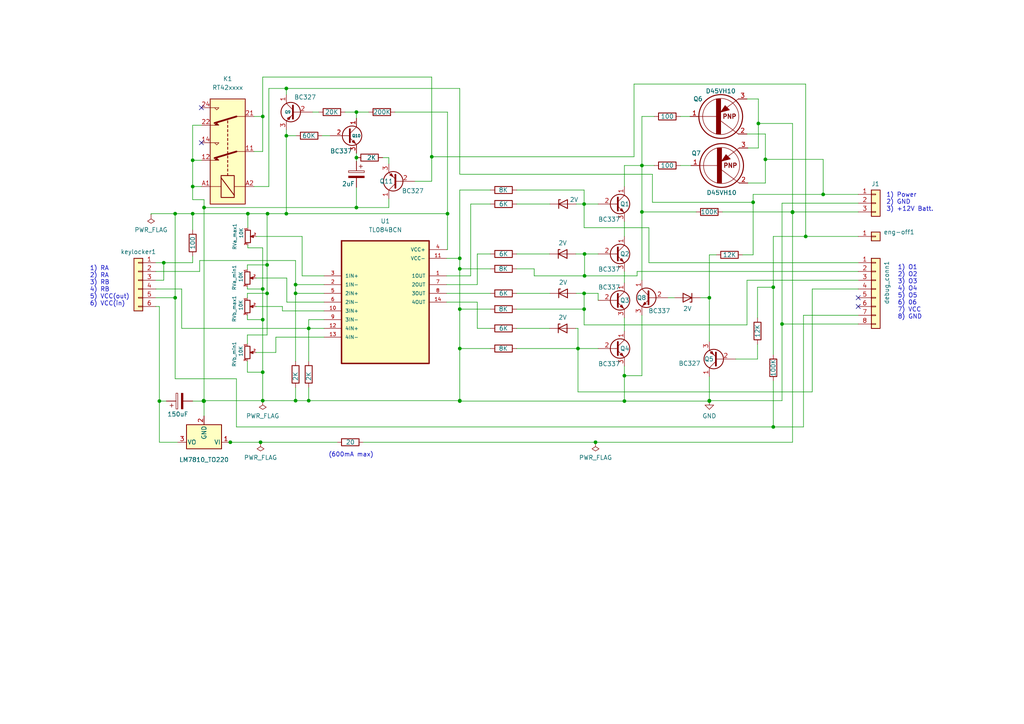
<source format=kicad_sch>
(kicad_sch (version 20211123) (generator eeschema)
  (paper "A4")
  (title_block (title "Chiave resistiva") (date "2023-05-15") (rev "3") (company "Panicosoft") (comment 1 "Two resistive items (PCB size reduction)") (comment 2 "No external relay version (2*5A=10A) D45VH10") (comment 3 "It locks the engine when vehicle is off"))
  (lib_symbols
    (symbol "Connector_Generic:Conn_01x01" (pin_names (offset 1.016) hide)
      (property "Reference" "J" (at 0 2.54 0))
      (property "Value" "Conn_01x01" (at 0 -2.54 0))
      (symbol "Conn_01x01_1_1"
        (rectangle (start -1.27 0.127) (end 0 -0.127) (stroke (width 0.1524)))
        (rectangle (start -1.27 1.27) (end 1.27 -1.27) (stroke (width 0.254)) (fill (type background)))
        (pin passive line (at -5.08 0 0) (length 3.81) (name "Pin_1") (number "1"))
      )
    )
    (symbol "Connector_Generic:Conn_01x03" (pin_names (offset 1.016) hide)
      (property "Reference" "J" (at 0 5.08 0))
      (property "Value" "Conn_01x03" (at 0 -5.08 0))
      (symbol "Conn_01x03_1_1"
        (rectangle (start -1.27 -2.413) (end 0 -2.667) (stroke (width 0.1524)))
        (rectangle (start -1.27 0.127) (end 0 -0.127) (stroke (width 0.1524)))
        (rectangle (start -1.27 2.667) (end 0 2.413) (stroke (width 0.1524)))
        (rectangle (start -1.27 3.81) (end 1.27 -3.81) (stroke (width 0.254)) (fill (type background)))
        (pin passive line (at -5.08 2.54 0) (length 3.81) (name "Pin_1") (number "1"))
        (pin passive line (at -5.08 0 0) (length 3.81) (name "Pin_2") (number "2"))
        (pin passive line (at -5.08 -2.54 0) (length 3.81) (name "Pin_3") (number "3"))
      )
    )
    (symbol "Connector_Generic:Conn_01x06" (pin_names (offset 1.016) hide)
      (property "Reference" "J" (at 0 7.62 0))
      (property "Value" "Conn_01x06" (at 0 -10.16 0))
      (symbol "Conn_01x06_1_1"
        (rectangle (start -1.27 -7.493) (end 0 -7.747) (stroke (width 0.1524)))
        (rectangle (start -1.27 -4.953) (end 0 -5.207) (stroke (width 0.1524)))
        (rectangle (start -1.27 -2.413) (end 0 -2.667) (stroke (width 0.1524)))
        (rectangle (start -1.27 0.127) (end 0 -0.127) (stroke (width 0.1524)))
        (rectangle (start -1.27 2.667) (end 0 2.413) (stroke (width 0.1524)))
        (rectangle (start -1.27 5.207) (end 0 4.953) (stroke (width 0.1524)))
        (rectangle (start -1.27 6.35) (end 1.27 -8.89) (stroke (width 0.254)) (fill (type background)))
        (pin passive line (at -5.08 5.08 0) (length 3.81) (name "Pin_1") (number "1"))
        (pin passive line (at -5.08 2.54 0) (length 3.81) (name "Pin_2") (number "2"))
        (pin passive line (at -5.08 0 0) (length 3.81) (name "Pin_3") (number "3"))
        (pin passive line (at -5.08 -2.54 0) (length 3.81) (name "Pin_4") (number "4"))
        (pin passive line (at -5.08 -5.08 0) (length 3.81) (name "Pin_5") (number "5"))
        (pin passive line (at -5.08 -7.62 0) (length 3.81) (name "Pin_6") (number "6"))
      )
    )
    (symbol "Connector_Generic:Conn_01x08" (pin_names (offset 1.016) hide)
      (property "Reference" "J" (at 0 10.16 0))
      (property "Value" "Conn_01x08" (at 0 -12.7 0))
      (symbol "Conn_01x08_1_1"
        (rectangle (start -1.27 -10.033) (end 0 -10.287) (stroke (width 0.1524)))
        (rectangle (start -1.27 -7.493) (end 0 -7.747) (stroke (width 0.1524)))
        (rectangle (start -1.27 -4.953) (end 0 -5.207) (stroke (width 0.1524)))
        (rectangle (start -1.27 -2.413) (end 0 -2.667) (stroke (width 0.1524)))
        (rectangle (start -1.27 0.127) (end 0 -0.127) (stroke (width 0.1524)))
        (rectangle (start -1.27 2.667) (end 0 2.413) (stroke (width 0.1524)))
        (rectangle (start -1.27 5.207) (end 0 4.953) (stroke (width 0.1524)))
        (rectangle (start -1.27 7.747) (end 0 7.493) (stroke (width 0.1524)))
        (rectangle (start -1.27 8.89) (end 1.27 -11.43) (stroke (width 0.254)) (fill (type background)))
        (pin passive line (at -5.08 7.62 0) (length 3.81) (name "Pin_1") (number "1"))
        (pin passive line (at -5.08 5.08 0) (length 3.81) (name "Pin_2") (number "2"))
        (pin passive line (at -5.08 2.54 0) (length 3.81) (name "Pin_3") (number "3"))
        (pin passive line (at -5.08 0 0) (length 3.81) (name "Pin_4") (number "4"))
        (pin passive line (at -5.08 -2.54 0) (length 3.81) (name "Pin_5") (number "5"))
        (pin passive line (at -5.08 -5.08 0) (length 3.81) (name "Pin_6") (number "6"))
        (pin passive line (at -5.08 -7.62 0) (length 3.81) (name "Pin_7") (number "7"))
        (pin passive line (at -5.08 -10.16 0) (length 3.81) (name "Pin_8") (number "8"))
      )
    )
    (symbol "D45VH10:D45VH10"
      (property "Reference" "Q" (at -6.985 0 0))
      (property "Value" "D45VH10" (at 0 0 0))
      (symbol "D45VH10_0_0"
        (rectangle (start -1.27 -2.54) (end 0 -12.7) (fill (type outline)))
        (text "PNP" (at 2.54 -7.62 0) (effects (font (size 1.27 1.27) bold)))
      )
      (symbol "D45VH10_0_1"
        (circle (center 0 -7.62) (radius 5.2363))
        (circle (center 0 -7.62) (radius 6.35) (stroke (width 0.3)))
        (polyline (pts (xy -6.35 -7.62) (xy -0.635 -7.62)))
        (polyline (pts (xy 0 -8.89) (xy 5.08 -12.7) (xy 5.08 -12.7)))
        (polyline (pts (xy 0 -6.35) (xy 5.08 -2.54) (xy 5.08 -2.54)))
        (polyline (pts (xy 0 -6.35) (xy 1.27 -4.445) (xy 2.54 -5.715) (xy 0 -6.35) (xy 2.54 -5.715)) (fill (type outline)))
      )
      (symbol "D45VH10_1_1"
        (pin input line (at -8.89 -7.62 0) (length 2.54) (name "") (number "1"))
        (pin power_out line (at 7.62 -12.7 180) (length 2.54) (name "") (number "2"))
        (pin input line (at 7.62 -2.54 180) (length 2.54) (name "") (number "3"))
      )
    )
    (symbol "Device:C_Polarized" (pin_numbers hide) (pin_names (offset 0.254))
      (property "Reference" "C" (at 0.635 2.54 0))
      (property "Value" "C_Polarized" (at 0.635 -2.54 0))
      (symbol "C_Polarized_0_1"
        (rectangle (start -2.286 0.508) (end 2.286 1.016))
        (polyline (pts (xy -1.778 2.286) (xy -0.762 2.286)))
        (polyline (pts (xy -1.27 2.794) (xy -1.27 1.778)))
        (rectangle (start 2.286 -0.508) (end -2.286 -1.016) (fill (type outline)))
      )
      (symbol "C_Polarized_1_1"
        (pin passive line (at 0 3.81 270) (length 2.794) (name "~") (number "1"))
        (pin passive line (at 0 -3.81 90) (length 2.794) (name "~") (number "2"))
      )
    )
    (symbol "Device:D_Zener" (pin_numbers hide) (pin_names (offset 1.016) hide)
      (property "Reference" "D" (at 0 2.54 0))
      (property "Value" "D_Zener" (at 0 -2.54 0))
      (symbol "D_Zener_0_1"
        (polyline (pts (xy 1.27 0) (xy -1.27 0)))
        (polyline (pts (xy -1.27 -1.27) (xy -1.27 1.27) (xy -0.762 1.27)) (stroke (width 0.254)))
        (polyline (pts (xy 1.27 -1.27) (xy 1.27 1.27) (xy -1.27 0) (xy 1.27 -1.27)) (stroke (width 0.254)))
      )
      (symbol "D_Zener_1_1"
        (pin passive line (at -3.81 0 0) (length 2.54) (name "K") (number "1"))
        (pin passive line (at 3.81 0 180) (length 2.54) (name "A") (number "2"))
      )
    )
    (symbol "Device:R" (pin_numbers hide) (pin_names (offset 0))
      (property "Reference" "R" (at 2.032 0 90))
      (property "Value" "R" (at 0 0 90))
      (symbol "R_0_1"
        (rectangle (start -1.016 -2.54) (end 1.016 2.54) (stroke (width 0.254)))
      )
      (symbol "R_1_1"
        (pin passive line (at 0 3.81 270) (length 1.27) (name "~") (number "1"))
        (pin passive line (at 0 -3.81 90) (length 1.27) (name "~") (number "2"))
      )
    )
    (symbol "Device:R_Potentiometer_Small" (pin_names (offset 1.016) hide)
      (property "Reference" "RV" (at -4.445 0 90))
      (property "Value" "R_Potentiometer_Small" (at -2.54 0 90))
      (symbol "R_Potentiometer_Small_0_1"
        (polyline (pts (xy 0.889 0) (xy 0.635 0) (xy 1.651 0.381) (xy 1.651 -0.381) (xy 0.635 0) (xy 0.889 0)) (fill (type outline)))
        (rectangle (start 0.762 1.8034) (end -0.762 -1.8034) (stroke (width 0.254)))
      )
      (symbol "R_Potentiometer_Small_1_1"
        (pin passive line (at 0 2.54 270) (length 0.635) (name "1") (number "1"))
        (pin passive line (at 2.54 0 180) (length 0.9906) (name "2") (number "2"))
        (pin passive line (at 0 -2.54 90) (length 0.635) (name "3") (number "3"))
      )
    )
    (symbol "Regulator_Linear:LM7810_TO220" (pin_names (offset 0.254))
      (property "Reference" "U" (at -3.81 3.175 0))
      (property "Value" "LM7810_TO220" (at 0 3.175 0))
      (symbol "LM7810_TO220_0_1"
        (rectangle (start -5.08 1.905) (end 5.08 -5.08) (stroke (width 0.254)) (fill (type background)))
      )
      (symbol "LM7810_TO220_1_1"
        (pin power_in line (at -7.62 0 0) (length 2.54) (name "VI") (number "1"))
        (pin power_in line (at 0 -7.62 90) (length 2.54) (name "GND") (number "2"))
        (pin power_out line (at 7.62 0 180) (length 2.54) (name "VO") (number "3"))
      )
    )
    (symbol "Relay:RT42xxxx"
      (property "Reference" "K" (at 16.51 3.81 0))
      (property "Value" "RT42xxxx" (at 16.51 1.27 0))
      (symbol "RT42xxxx_0_1"
        (rectangle (start -15.24 5.08) (end 15.24 -5.08) (stroke (width 0.254)) (fill (type background)))
        (rectangle (start -13.335 1.905) (end -6.985 -1.905) (stroke (width 0.254)))
        (polyline (pts (xy -12.7 -1.905) (xy -7.62 1.905)) (stroke (width 0.254)))
        (polyline (pts (xy -10.16 -5.08) (xy -10.16 -1.905)))
        (polyline (pts (xy -10.16 5.08) (xy -10.16 1.905)))
        (polyline (pts (xy -6.985 0) (xy -6.35 0)) (stroke (width 0.254)))
        (polyline (pts (xy -5.715 0) (xy -5.08 0)) (stroke (width 0.254)))
        (polyline (pts (xy -4.445 0) (xy -3.81 0)) (stroke (width 0.254)))
        (polyline (pts (xy -3.175 0) (xy -2.54 0)) (stroke (width 0.254)))
        (polyline (pts (xy -1.905 0) (xy -1.27 0)) (stroke (width 0.254)))
        (polyline (pts (xy -0.635 0) (xy 0 0)) (stroke (width 0.254)))
        (polyline (pts (xy 0 -2.54) (xy -1.905 3.81)) (stroke (width 0.508)))
        (polyline (pts (xy 0 -2.54) (xy 0 -5.08)))
        (polyline (pts (xy 0.635 0) (xy 1.27 0)) (stroke (width 0.254)))
        (polyline (pts (xy 1.905 0) (xy 2.54 0)) (stroke (width 0.254)))
        (polyline (pts (xy 3.175 0) (xy 3.81 0)) (stroke (width 0.254)))
        (polyline (pts (xy 4.445 0) (xy 5.08 0)) (stroke (width 0.254)))
        (polyline (pts (xy 5.715 0) (xy 6.35 0)) (stroke (width 0.254)))
        (polyline (pts (xy 6.985 0) (xy 7.62 0)) (stroke (width 0.254)))
        (polyline (pts (xy 8.255 0) (xy 8.89 0)) (stroke (width 0.254)))
        (polyline (pts (xy 10.16 -2.54) (xy 8.255 3.81)) (stroke (width 0.508)))
        (polyline (pts (xy 10.16 -2.54) (xy 10.16 -5.08)))
        (polyline (pts (xy -2.54 5.08) (xy -2.54 2.54) (xy -1.905 3.175) (xy -2.54 3.81)) (fill (type outline)))
        (polyline (pts (xy 2.54 5.08) (xy 2.54 2.54) (xy 1.905 3.175) (xy 2.54 3.81)))
        (polyline (pts (xy 7.62 5.08) (xy 7.62 2.54) (xy 8.255 3.175) (xy 7.62 3.81)) (fill (type outline)))
        (polyline (pts (xy 12.7 5.08) (xy 12.7 2.54) (xy 12.065 3.175) (xy 12.7 3.81)))
      )
      (symbol "RT42xxxx_1_1"
        (pin passive line (at 0 -7.62 90) (length 2.54) (name "~") (number "11"))
        (pin passive line (at -2.54 7.62 270) (length 2.54) (name "~") (number "12"))
        (pin passive line (at 2.54 7.62 270) (length 2.54) (name "~") (number "14"))
        (pin passive line (at 10.16 -7.62 90) (length 2.54) (name "~") (number "21"))
        (pin passive line (at 7.62 7.62 270) (length 2.54) (name "~") (number "22"))
        (pin passive line (at 12.7 7.62 270) (length 2.54) (name "~") (number "24"))
        (pin passive line (at -10.16 7.62 270) (length 2.54) (name "~") (number "A1"))
        (pin passive line (at -10.16 -7.62 90) (length 2.54) (name "~") (number "A2"))
      )
    )
    (symbol "TL084:TL084BCN" (pin_names (offset 1.016))
      (property "Reference" "U" (at -12.7 18.78 0))
      (property "Value" "TL084BCN" (at -12.7 -21.78 0))
      (symbol "TL084BCN_0_0"
        (rectangle (start -12.7 -17.78) (end 12.7 17.78) (stroke (width 0.41)) (fill (type background)))
        (pin output line (at 17.78 7.62 180) (length 5.08) (name "1OUT") (number "1"))
        (pin input line (at -17.78 -2.54 0) (length 5.08) (name "3IN+") (number "10"))
        (pin power_in line (at 17.78 12.7 180) (length 5.08) (name "VCC-") (number "11"))
        (pin input line (at -17.78 -7.62 0) (length 5.08) (name "4IN+") (number "12"))
        (pin input line (at -17.78 -10.16 0) (length 5.08) (name "4IN-") (number "13"))
        (pin output line (at 17.78 0 180) (length 5.08) (name "4OUT") (number "14"))
        (pin input line (at -17.78 5.08 0) (length 5.08) (name "1IN-") (number "2"))
        (pin input line (at -17.78 7.62 0) (length 5.08) (name "1IN+") (number "3"))
        (pin power_in line (at 17.78 15.24 180) (length 5.08) (name "VCC+") (number "4"))
        (pin input line (at -17.78 2.54 0) (length 5.08) (name "2IN+") (number "5"))
        (pin input line (at -17.78 0 0) (length 5.08) (name "2IN-") (number "6"))
        (pin output line (at 17.78 5.08 180) (length 5.08) (name "2OUT") (number "7"))
        (pin output line (at 17.78 2.54 180) (length 5.08) (name "3OUT") (number "8"))
        (pin input line (at -17.78 -5.08 0) (length 5.08) (name "3IN-") (number "9"))
      )
    )
    (symbol "Transistor_BJT:BC327" (pin_names (offset 0) hide)
      (property "Reference" "Q" (at 5.08 1.905 0))
      (property "Value" "BC327" (at 5.08 0 0))
      (symbol "BC327_0_1"
        (polyline (pts (xy 0.635 0.635) (xy 2.54 2.54)))
        (polyline (pts (xy 0.635 -0.635) (xy 2.54 -2.54) (xy 2.54 -2.54)))
        (polyline (pts (xy 0.635 1.905) (xy 0.635 -1.905) (xy 0.635 -1.905)) (stroke (width 0.508)))
        (polyline (pts (xy 2.286 -1.778) (xy 1.778 -2.286) (xy 1.27 -1.27) (xy 2.286 -1.778) (xy 2.286 -1.778)) (fill (type outline)))
        (circle (center 1.27 0) (radius 2.8194) (stroke (width 0.254)))
      )
      (symbol "BC327_1_1"
        (pin passive line (at 2.54 5.08 270) (length 2.54) (name "C") (number "1"))
        (pin input line (at -5.08 0 0) (length 5.715) (name "B") (number "2"))
        (pin passive line (at 2.54 -5.08 90) (length 2.54) (name "E") (number "3"))
      )
    )
    (symbol "Transistor_BJT:BC337" (pin_names (offset 0) hide)
      (property "Reference" "Q" (at 5.08 1.905 0))
      (property "Value" "BC337" (at 5.08 0 0))
      (symbol "BC337_0_1"
        (polyline (pts (xy 0 0) (xy 0.635 0)))
        (polyline (pts (xy 0.635 0.635) (xy 2.54 2.54)))
        (polyline (pts (xy 0.635 -0.635) (xy 2.54 -2.54) (xy 2.54 -2.54)))
        (polyline (pts (xy 0.635 1.905) (xy 0.635 -1.905) (xy 0.635 -1.905)) (stroke (width 0.508)))
        (polyline (pts (xy 1.27 -1.778) (xy 1.778 -1.27) (xy 2.286 -2.286) (xy 1.27 -1.778) (xy 1.27 -1.778)) (fill (type outline)))
        (circle (center 1.27 0) (radius 2.8194) (stroke (width 0.254)))
      )
      (symbol "BC337_1_1"
        (pin passive line (at 2.54 5.08 270) (length 2.54) (name "C") (number "1"))
        (pin input line (at -5.08 0 0) (length 5.08) (name "B") (number "2"))
        (pin passive line (at 2.54 -5.08 90) (length 2.54) (name "E") (number "3"))
      )
    )
    (symbol "power:GND" (power) (pin_names (offset 0))
      (property "Value" "GND" (at 0 -3.81 0))
      (symbol "GND_0_1"
        (polyline (pts (xy 0 0) (xy 0 -1.27) (xy 1.27 -1.27) (xy 0 -2.54) (xy -1.27 -1.27) (xy 0 -1.27)))
      )
      (symbol "GND_1_1"
        (pin power_in line (at 0 0 270) (length 0) hide (name "GND") (number "1"))
      )
    )
    (symbol "power:PWR_FLAG" (power) (pin_numbers hide) (pin_names (offset 0) hide)
      (property "Value" "PWR_FLAG" (at 0 3.81 0))
      (symbol "PWR_FLAG_0_0"
        (pin power_out line (at 0 0 90) (length 0) (name "pwr") (number "1"))
      )
      (symbol "PWR_FLAG_0_1"
        (polyline (pts (xy 0 0) (xy 0 1.27) (xy -1.016 1.905) (xy 0 2.54) (xy 1.016 1.905) (xy 0 1.27)))
      )
    )
  )
  (junction (at 89.535 116.205))
  (junction (at 229.87 61.595))
  (junction (at 172.72 128.27))
  (junction (at 76.2 116.205))
  (junction (at 133.35 89.662))
  (junction (at 181.102 116.332))
  (junction (at 226.822 93.98))
  (junction (at 169.418 85.09))
  (junction (at 169.545 80.01))
  (junction (at 50.8 61.976))
  (junction (at 55.88 61.976))
  (junction (at 133.35 116.205))
  (junction (at 76.2 107.95))
  (junction (at 85.725 116.205))
  (junction (at 76.2 33.782))
  (junction (at 50.8 86.36))
  (junction (at 219.964 35.814))
  (junction (at 59.055 116.332))
  (junction (at 47.498 76.2))
  (junction (at 233.68 68.58))
  (junction (at 76.2 83.82))
  (junction (at 71.882 61.976))
  (junction (at 133.35 116.332))
  (junction (at 103.378 45.72))
  (junction (at 83.058 61.976))
  (junction (at 221.996 46.228))
  (junction (at 89.535 95.25))
  (junction (at 218.44 58.674))
  (junction (at 59.182 116.332))
  (junction (at 169.418 89.662))
  (junction (at 205.74 86.36))
  (junction (at 77.47 85.09))
  (junction (at 238.76 56.388))
  (junction (at 181.102 108.966))
  (junction (at 46.228 116.332))
  (junction (at 59.182 60.198))
  (junction (at 77.597 61.976))
  (junction (at 169.418 59.182))
  (junction (at 76.2 92.71))
  (junction (at 103.378 60.198))
  (junction (at 224.282 123.825))
  (junction (at 55.88 46.482))
  (junction (at 85.725 82.55))
  (junction (at 83.058 39.37))
  (junction (at 133.35 77.978))
  (junction (at 186.182 61.468))
  (junction (at 186.182 48.006))
  (junction (at 66.802 128.27))
  (junction (at 205.74 116.332))
  (junction (at 133.35 101.092))
  (junction (at 75.565 128.27))
  (junction (at 129.794 61.976))
  (junction (at 229.87 61.468))
  (junction (at 85.725 85.09))
  (junction (at 133.35 74.93))
  (junction (at 205.74 116.205))
  (junction (at 77.47 76.835))
  (junction (at 224.282 83.312))
  (junction (at 55.88 54.102))
  (junction (at 83.058 25.654))
  (junction (at 59.055 116.205))
  (junction (at 167.64 101.092))
  (junction (at 103.378 32.512))
  (junction (at 125.222 45.466))
  (junction (at 169.545 73.66))
  (no_connect (at 58.42 41.402))
  (no_connect (at 248.92 86.36))
  (no_connect (at 248.92 88.9))
  (no_connect (at 58.42 31.242))
  (wire (pts (xy 248.92 93.98) (xy 226.822 93.98)))
  (wire (pts (xy 167.132 85.09) (xy 169.418 85.09)))
  (wire (pts (xy 229.87 61.468) (xy 248.92 61.468)))
  (wire (pts (xy 138.43 73.66) (xy 142.24 73.66)))
  (wire (pts (xy 205.74 116.205) (xy 226.822 116.205)))
  (wire (pts (xy 224.282 83.312) (xy 224.282 102.87)))
  (wire (pts (xy 120.396 52.578) (xy 125.222 52.578)))
  (wire (pts (xy 248.92 56.388) (xy 238.76 56.388)))
  (wire (pts (xy 76.2 71.882) (xy 71.882 71.882)))
  (wire (pts (xy 169.418 94.234) (xy 216.662 94.234)))
  (wire (pts (xy 45.212 83.82) (xy 52.705 83.82)))
  (wire (pts (xy 81.915 90.17) (xy 93.98 90.17)))
  (wire (pts (xy 71.755 85.09) (xy 77.47 85.09)))
  (wire (pts (xy 233.68 68.58) (xy 233.68 24.384)))
  (wire (pts (xy 59.182 116.332) (xy 59.182 60.198)))
  (wire (pts (xy 216.916 53.086) (xy 221.996 53.086)))
  (wire (pts (xy 89.535 116.205) (xy 133.35 116.205)))
  (wire (pts (xy 47.498 76.2) (xy 55.88 76.2)))
  (wire (pts (xy 59.182 116.332) (xy 59.055 116.332)))
  (wire (pts (xy 50.8 61.976) (xy 55.88 61.976)))
  (wire (pts (xy 181.102 106.172) (xy 181.102 108.966)))
  (wire (pts (xy 181.102 78.74) (xy 181.102 82.042)))
  (wire (pts (xy 85.725 82.55) (xy 85.725 85.09)))
  (wire (pts (xy 87.63 68.58) (xy 87.63 80.01)))
  (wire (pts (xy 85.725 82.55) (xy 93.98 82.55)))
  (wire (pts (xy 167.132 59.182) (xy 169.418 59.182)))
  (wire (pts (xy 66.675 128.27) (xy 66.802 128.27)))
  (wire (pts (xy 218.44 58.674) (xy 218.44 73.914)))
  (wire (pts (xy 186.182 108.966) (xy 181.102 108.966)))
  (wire (pts (xy 233.045 91.44) (xy 248.92 91.44)))
  (wire (pts (xy 235.585 83.82) (xy 235.585 113.665)))
  (wire (pts (xy 248.92 68.58) (xy 233.68 68.58)))
  (wire (pts (xy 219.964 35.814) (xy 229.87 35.814)))
  (wire (pts (xy 125.222 22.352) (xy 76.2 22.352)))
  (wire (pts (xy 71.755 83.82) (xy 71.755 83.185)))
  (wire (pts (xy 238.76 56.388) (xy 218.44 56.388)))
  (wire (pts (xy 80.01 97.79) (xy 93.98 97.79)))
  (wire (pts (xy 149.86 89.662) (xy 169.418 89.662)))
  (wire (pts (xy 133.35 74.93) (xy 133.35 77.978)))
  (wire (pts (xy 188.214 66.04) (xy 169.418 66.04)))
  (wire (pts (xy 55.88 57.912) (xy 55.88 54.102)))
  (wire (pts (xy 87.63 80.01) (xy 93.98 80.01)))
  (wire (pts (xy 71.755 92.71) (xy 76.2 92.71)))
  (wire (pts (xy 197.358 48.006) (xy 200.406 48.006)))
  (wire (pts (xy 83.185 87.63) (xy 93.98 87.63)))
  (wire (pts (xy 219.71 99.822) (xy 219.71 104.14)))
  (wire (pts (xy 186.182 33.782) (xy 189.738 33.782)))
  (wire (pts (xy 50.8 86.36) (xy 50.8 109.855)))
  (wire (pts (xy 89.535 92.71) (xy 89.535 95.25)))
  (wire (pts (xy 83.058 37.592) (xy 83.058 39.37)))
  (wire (pts (xy 89.535 95.25) (xy 89.535 104.775)))
  (wire (pts (xy 77.47 97.155) (xy 71.755 97.155)))
  (wire (pts (xy 74.295 88.9) (xy 81.915 88.9)))
  (wire (pts (xy 77.597 61.976) (xy 77.47 62.23)))
  (wire (pts (xy 149.86 101.092) (xy 167.64 101.092)))
  (wire (pts (xy 216.662 81.28) (xy 248.92 81.28)))
  (wire (pts (xy 235.585 83.82) (xy 248.92 83.82)))
  (wire (pts (xy 68.58 123.825) (xy 224.282 123.825)))
  (wire (pts (xy 73.66 54.102) (xy 77.978 54.102)))
  (wire (pts (xy 76.2 83.82) (xy 76.2 92.71)))
  (wire (pts (xy 169.545 80.01) (xy 154.94 80.01)))
  (wire (pts (xy 167.64 101.092) (xy 173.482 101.092)))
  (wire (pts (xy 169.545 80.01) (xy 169.545 73.66)))
  (wire (pts (xy 169.418 85.09) (xy 173.482 85.09)))
  (wire (pts (xy 186.182 61.468) (xy 201.93 61.468)))
  (wire (pts (xy 71.755 76.835) (xy 77.47 76.835)))
  (wire (pts (xy 186.182 48.006) (xy 189.738 48.006)))
  (wire (pts (xy 142.24 89.662) (xy 133.35 89.662)))
  (wire (pts (xy 85.725 85.09) (xy 85.725 104.775)))
  (wire (pts (xy 233.68 68.58) (xy 224.282 68.58)))
  (wire (pts (xy 129.794 61.976) (xy 129.794 72.39)))
  (wire (pts (xy 59.182 60.198) (xy 103.378 60.198)))
  (wire (pts (xy 238.76 46.228) (xy 238.76 56.388)))
  (wire (pts (xy 189.23 50.546) (xy 133.35 50.546)))
  (wire (pts (xy 50.8 109.855) (xy 68.58 109.855)))
  (wire (pts (xy 71.755 107.95) (xy 76.2 107.95)))
  (wire (pts (xy 43.815 61.976) (xy 43.815 62.23)))
  (wire (pts (xy 59.182 60.198) (xy 59.182 57.912)))
  (wire (pts (xy 186.182 48.006) (xy 186.182 61.468)))
  (wire (pts (xy 112.776 57.658) (xy 112.776 60.198)))
  (wire (pts (xy 205.74 73.914) (xy 207.772 73.914)))
  (wire (pts (xy 248.92 76.2) (xy 188.214 76.2)))
  (wire (pts (xy 76.2 22.352) (xy 76.2 33.782)))
  (wire (pts (xy 133.35 116.332) (xy 133.35 116.205)))
  (wire (pts (xy 149.86 73.66) (xy 159.385 73.66)))
  (wire (pts (xy 136.525 59.182) (xy 142.24 59.182)))
  (wire (pts (xy 76.2 116.205) (xy 85.725 116.205)))
  (wire (pts (xy 169.418 55.118) (xy 169.418 59.182)))
  (wire (pts (xy 105.41 128.27) (xy 172.72 128.27)))
  (wire (pts (xy 112.776 60.198) (xy 103.378 60.198)))
  (wire (pts (xy 57.912 75.565) (xy 57.912 78.74)))
  (wire (pts (xy 129.794 32.512) (xy 129.794 61.976)))
  (wire (pts (xy 133.35 89.662) (xy 133.35 101.092)))
  (wire (pts (xy 71.755 97.155) (xy 71.755 99.695)))
  (wire (pts (xy 76.2 33.782) (xy 76.2 43.942)))
  (wire (pts (xy 55.88 61.976) (xy 55.88 66.675)))
  (wire (pts (xy 103.378 32.512) (xy 106.934 32.512)))
  (wire (pts (xy 167.64 101.092) (xy 167.64 113.665)))
  (wire (pts (xy 205.74 116.332) (xy 205.74 116.205)))
  (wire (pts (xy 55.88 61.976) (xy 71.882 61.976)))
  (wire (pts (xy 136.525 80.01) (xy 136.525 59.182)))
  (wire (pts (xy 205.74 86.36) (xy 205.74 99.06)))
  (wire (pts (xy 186.182 61.468) (xy 186.182 81.28)))
  (wire (pts (xy 76.2 71.882) (xy 76.2 83.82)))
  (wire (pts (xy 50.8 61.976) (xy 50.8 86.36)))
  (wire (pts (xy 218.44 58.674) (xy 218.44 56.388)))
  (wire (pts (xy 193.802 86.36) (xy 195.58 86.36)))
  (wire (pts (xy 129.54 85.09) (xy 142.24 85.09)))
  (wire (pts (xy 129.54 80.01) (xy 136.525 80.01)))
  (wire (pts (xy 229.87 61.468) (xy 229.87 61.595)))
  (wire (pts (xy 235.585 113.665) (xy 167.64 113.665)))
  (wire (pts (xy 83.058 39.37) (xy 83.058 61.976)))
  (wire (pts (xy 83.058 61.976) (xy 129.794 61.976)))
  (wire (pts (xy 221.996 38.862) (xy 221.996 46.228)))
  (wire (pts (xy 125.222 45.466) (xy 125.222 22.352)))
  (wire (pts (xy 71.882 61.976) (xy 77.597 61.976)))
  (wire (pts (xy 183.896 24.384) (xy 233.68 24.384)))
  (wire (pts (xy 75.565 128.27) (xy 97.79 128.27)))
  (wire (pts (xy 154.94 77.978) (xy 154.94 80.01)))
  (wire (pts (xy 74.295 80.645) (xy 83.185 80.645)))
  (wire (pts (xy 133.35 55.118) (xy 133.35 74.93)))
  (wire (pts (xy 83.058 39.37) (xy 85.852 39.37)))
  (wire (pts (xy 57.912 75.565) (xy 85.725 75.565)))
  (wire (pts (xy 167.005 95.25) (xy 167.64 95.25)))
  (wire (pts (xy 81.915 88.9) (xy 81.915 90.17)))
  (wire (pts (xy 83.185 80.645) (xy 83.185 87.63)))
  (wire (pts (xy 103.378 32.512) (xy 103.378 34.29)))
  (wire (pts (xy 77.597 61.976) (xy 83.058 61.976)))
  (wire (pts (xy 55.88 54.102) (xy 58.42 54.102)))
  (wire (pts (xy 85.725 116.205) (xy 89.535 116.205)))
  (wire (pts (xy 103.378 54.356) (xy 103.378 60.198)))
  (wire (pts (xy 133.35 77.978) (xy 133.35 89.662)))
  (wire (pts (xy 45.212 76.2) (xy 47.498 76.2)))
  (wire (pts (xy 55.88 36.322) (xy 55.88 46.482)))
  (wire (pts (xy 45.212 86.36) (xy 50.8 86.36)))
  (wire (pts (xy 138.43 73.66) (xy 138.43 82.55)))
  (wire (pts (xy 80.01 102.235) (xy 80.01 97.79)))
  (wire (pts (xy 71.755 83.82) (xy 76.2 83.82)))
  (wire (pts (xy 89.535 116.205) (xy 89.535 112.395)))
  (wire (pts (xy 219.71 92.202) (xy 219.71 83.312)))
  (wire (pts (xy 58.42 36.322) (xy 55.88 36.322)))
  (wire (pts (xy 138.43 87.63) (xy 138.43 95.25)))
  (wire (pts (xy 125.222 52.578) (xy 125.222 45.466)))
  (wire (pts (xy 149.86 77.978) (xy 154.94 77.978)))
  (wire (pts (xy 218.44 58.674) (xy 189.23 58.674)))
  (wire (pts (xy 129.54 82.55) (xy 138.43 82.55)))
  (wire (pts (xy 59.182 57.912) (xy 55.88 57.912)))
  (wire (pts (xy 103.378 44.45) (xy 103.378 45.72)))
  (wire (pts (xy 74.295 102.235) (xy 80.01 102.235)))
  (wire (pts (xy 83.058 25.654) (xy 83.058 27.432)))
  (wire (pts (xy 209.55 61.468) (xy 229.87 61.468)))
  (wire (pts (xy 224.282 123.825) (xy 233.045 123.825)))
  (wire (pts (xy 169.545 73.66) (xy 173.482 73.66)))
  (wire (pts (xy 173.482 85.09) (xy 173.482 87.122)))
  (wire (pts (xy 216.662 28.702) (xy 219.964 28.702)))
  (wire (pts (xy 142.24 55.118) (xy 133.35 55.118)))
  (wire (pts (xy 45.212 81.28) (xy 47.498 81.28)))
  (wire (pts (xy 219.964 35.814) (xy 219.964 42.926)))
  (wire (pts (xy 46.228 116.332) (xy 48.26 116.332)))
  (wire (pts (xy 181.102 108.966) (xy 181.102 116.332)))
  (wire (pts (xy 186.182 91.44) (xy 186.182 108.966)))
  (wire (pts (xy 55.88 116.332) (xy 59.055 116.332)))
  (wire (pts (xy 71.755 104.775) (xy 71.755 107.95)))
  (wire (pts (xy 85.725 75.565) (xy 85.725 82.55)))
  (wire (pts (xy 229.87 128.27) (xy 229.87 61.595)))
  (wire (pts (xy 110.998 45.72) (xy 112.776 45.72)))
  (wire (pts (xy 216.662 94.234) (xy 216.662 81.28)))
  (wire (pts (xy 73.66 43.942) (xy 76.2 43.942)))
  (wire (pts (xy 76.2 107.95) (xy 76.2 116.205)))
  (wire (pts (xy 205.74 109.22) (xy 205.74 116.205)))
  (wire (pts (xy 129.54 74.93) (xy 133.35 74.93)))
  (wire (pts (xy 169.418 85.09) (xy 169.418 89.662)))
  (wire (pts (xy 172.72 128.27) (xy 229.87 128.27)))
  (wire (pts (xy 219.964 28.702) (xy 219.964 35.814)))
  (wire (pts (xy 55.88 46.482) (xy 55.88 54.102)))
  (wire (pts (xy 181.102 116.332) (xy 205.74 116.332)))
  (wire (pts (xy 100.076 32.512) (xy 103.378 32.512)))
  (wire (pts (xy 186.182 48.006) (xy 181.102 48.006)))
  (wire (pts (xy 46.228 128.27) (xy 46.228 116.332)))
  (wire (pts (xy 138.43 95.25) (xy 142.24 95.25)))
  (wire (pts (xy 184.785 78.74) (xy 248.92 78.74)))
  (wire (pts (xy 71.755 85.09) (xy 71.755 86.36)))
  (wire (pts (xy 52.705 95.25) (xy 52.705 83.82)))
  (wire (pts (xy 77.978 25.654) (xy 77.978 54.102)))
  (wire (pts (xy 77.47 76.835) (xy 77.47 85.09)))
  (wire (pts (xy 184.785 78.74) (xy 184.785 80.01)))
  (wire (pts (xy 46.228 116.332) (xy 46.228 88.9)))
  (wire (pts (xy 74.422 68.58) (xy 87.63 68.58)))
  (wire (pts (xy 112.776 45.72) (xy 112.776 47.498)))
  (wire (pts (xy 85.725 112.395) (xy 85.725 116.205)))
  (wire (pts (xy 66.802 128.27) (xy 75.565 128.27)))
  (wire (pts (xy 205.74 86.36) (xy 203.2 86.36)))
  (wire (pts (xy 133.35 101.092) (xy 142.24 101.092)))
  (wire (pts (xy 77.978 25.654) (xy 83.058 25.654)))
  (wire (pts (xy 71.882 71.882) (xy 71.882 71.12)))
  (wire (pts (xy 59.182 116.332) (xy 59.182 120.65)))
  (wire (pts (xy 51.562 128.27) (xy 46.228 128.27)))
  (wire (pts (xy 85.725 85.09) (xy 93.98 85.09)))
  (wire (pts (xy 76.2 92.71) (xy 76.2 107.95)))
  (wire (pts (xy 149.86 85.09) (xy 159.512 85.09)))
  (wire (pts (xy 221.996 46.228) (xy 221.996 53.086)))
  (wire (pts (xy 46.228 88.9) (xy 45.212 88.9)))
  (wire (pts (xy 55.88 74.295) (xy 55.88 76.2)))
  (wire (pts (xy 181.102 64.262) (xy 181.102 68.58)))
  (wire (pts (xy 73.66 33.782) (xy 76.2 33.782)))
  (wire (pts (xy 226.822 93.98) (xy 226.822 116.205)))
  (wire (pts (xy 77.47 62.23) (xy 77.47 76.835)))
  (wire (pts (xy 45.212 78.74) (xy 57.912 78.74)))
  (wire (pts (xy 133.35 116.332) (xy 181.102 116.332)))
  (wire (pts (xy 71.755 92.71) (xy 71.755 91.44)))
  (wire (pts (xy 226.822 58.928) (xy 248.92 58.928)))
  (wire (pts (xy 216.662 38.862) (xy 221.996 38.862)))
  (wire (pts (xy 52.705 95.25) (xy 89.535 95.25)))
  (wire (pts (xy 133.35 50.546) (xy 133.35 25.654)))
  (wire (pts (xy 181.102 48.006) (xy 181.102 54.102)))
  (wire (pts (xy 43.815 61.976) (xy 50.8 61.976)))
  (wire (pts (xy 167.005 73.66) (xy 169.545 73.66)))
  (wire (pts (xy 219.71 104.14) (xy 213.36 104.14)))
  (wire (pts (xy 71.882 61.976) (xy 71.882 66.04)))
  (wire (pts (xy 181.102 92.202) (xy 181.102 96.012)))
  (wire (pts (xy 59.055 116.332) (xy 59.055 116.205)))
  (wire (pts (xy 89.535 92.71) (xy 93.98 92.71)))
  (wire (pts (xy 133.35 77.978) (xy 142.24 77.978)))
  (wire (pts (xy 103.378 45.72) (xy 103.378 46.736)))
  (wire (pts (xy 226.822 93.98) (xy 226.822 58.928)))
  (wire (pts (xy 169.418 59.182) (xy 173.482 59.182)))
  (wire (pts (xy 186.182 33.782) (xy 186.182 48.006)))
  (wire (pts (xy 90.678 32.512) (xy 92.456 32.512)))
  (wire (pts (xy 184.785 80.01) (xy 169.545 80.01)))
  (wire (pts (xy 149.86 59.182) (xy 159.512 59.182)))
  (wire (pts (xy 197.358 33.782) (xy 200.152 33.782)))
  (wire (pts (xy 71.755 76.835) (xy 71.755 78.105)))
  (wire (pts (xy 189.23 58.674) (xy 189.23 50.546)))
  (wire (pts (xy 215.392 73.914) (xy 218.44 73.914)))
  (wire (pts (xy 68.58 109.855) (xy 68.58 123.825)))
  (wire (pts (xy 125.222 45.466) (xy 183.896 45.466)))
  (wire (pts (xy 114.554 32.512) (xy 129.794 32.512)))
  (wire (pts (xy 83.058 25.654) (xy 133.35 25.654)))
  (wire (pts (xy 224.282 110.49) (xy 224.282 123.825)))
  (wire (pts (xy 129.54 87.63) (xy 138.43 87.63)))
  (wire (pts (xy 55.88 46.482) (xy 58.42 46.482)))
  (wire (pts (xy 205.74 73.914) (xy 205.74 86.36)))
  (wire (pts (xy 149.86 95.25) (xy 159.385 95.25)))
  (wire (pts (xy 169.418 66.04) (xy 169.418 59.182)))
  (wire (pts (xy 167.64 95.25) (xy 167.64 101.092)))
  (wire (pts (xy 219.71 83.312) (xy 224.282 83.312)))
  (wire (pts (xy 149.86 55.118) (xy 169.418 55.118)))
  (wire (pts (xy 129.794 72.39) (xy 129.54 72.39)))
  (wire (pts (xy 221.996 46.228) (xy 238.76 46.228)))
  (wire (pts (xy 183.896 45.466) (xy 183.896 24.384)))
  (wire (pts (xy 224.282 68.58) (xy 224.282 83.312)))
  (wire (pts (xy 77.47 85.09) (xy 77.47 97.155)))
  (wire (pts (xy 47.498 81.28) (xy 47.498 76.2)))
  (wire (pts (xy 229.87 35.814) (xy 229.87 61.468)))
  (wire (pts (xy 216.916 42.926) (xy 219.964 42.926)))
  (wire (pts (xy 95.758 39.37) (xy 93.472 39.37)))
  (wire (pts (xy 169.418 89.662) (xy 169.418 94.234)))
  (wire (pts (xy 188.214 76.2) (xy 188.214 66.04)))
  (wire (pts (xy 59.055 116.205) (xy 76.2 116.205)))
  (wire (pts (xy 133.35 101.092) (xy 133.35 116.205)))
  (wire (pts (xy 233.045 123.825) (xy 233.045 91.44)))
  (wire (pts (xy 89.535 95.25) (xy 93.98 95.25)))
  (text "(600mA max)" (at 95.25 132.715 0) (effects (font (size 1.27 1.27)) (justify left bottom)))
  (text "1) RA\n2) RA\n3) RB\n4) RB\n5) VCC(out)\n6) VCC(in)" (at 26.035 88.9 0) (effects (font (size 1.27 1.27)) (justify left bottom)))
  (text "1) Power\n2) GND\n3) +12V Batt.\n" (at 257.048 61.468 0) (effects (font (size 1.27 1.27)) (justify left bottom)))
  (text "1) O1\n2) O2\n3) O3\n4) O4\n5) O5\n6) 06\n7) VCC\n8) GND" (at 260.35 92.71 0) (effects (font (size 1.27 1.27)) (justify left bottom)))
  (symbol (lib_id "Device:D_Zener") (at 199.39 86.36 180) (unit 1)
    (property "Reference" "ZD1" (effects hide))
    (property "Value" "2V" (at 199.39 89.535 0))
    (property "Footprint" "Diode_THT:D_DO-34_SOD68_P7.62mm_Horizontal" (effects hide))
  )
  (symbol (lib_id "Device:R") (at 146.05 95.25 90) (unit 1)
    (property "Reference" "R5" (effects hide))
    (property "Value" "6K" (at 146.05 95.25 90))
    (property "Footprint" "Resistor_THT:R_Axial_DIN0204_L3.6mm_D1.6mm_P7.62mm_Horizontal" (effects hide))
  )
  (symbol (lib_id "Device:R") (at 219.71 96.012 180) (unit 1)
    (property "Reference" "R13" (effects hide))
    (property "Value" "12K" (at 219.71 96.012 90))
    (property "Footprint" "Resistor_THT:R_Axial_DIN0204_L3.6mm_D1.6mm_P7.62mm_Horizontal" (effects hide))
  )
  (symbol (lib_id "Transistor_BJT:BC337") (at 178.562 73.66 0) (unit 1)
    (property "Reference" "Q2" (at 179.832 73.66 0) (effects (justify left)))
    (property "Value" "BC337" (at 173.482 78.105 0) (effects (justify left)))
    (property "Footprint" "Package_TO_SOT_THT:TO-92L_Inline_Wide" (effects hide))
    (property "Datasheet" "https://diotec.com/tl_files/diotec/files/pdf/datasheets/bc337.pdf" (effects hide))
  )
  (symbol (lib_id "Device:C_Polarized") (at 103.378 50.546 0) (mirror y) (unit 1)
    (property "Reference" "C2" (effects hide))
    (property "Value" "2uF" (at 102.87 53.34 0) (effects (justify left)))
    (property "Footprint" "Capacitor_THT:CP_Radial_D7.5mm_P2.50mm" (effects hide))
  )
  (symbol (lib_id "Device:R") (at 205.74 61.468 270) (unit 1)
    (property "Reference" "R11" (effects hide))
    (property "Value" "100K" (at 203.2 61.468 90) (effects (justify left)))
    (property "Footprint" "Resistor_THT:R_Axial_DIN0204_L3.6mm_D1.6mm_P7.62mm_Horizontal" (effects hide))
  )
  (symbol (lib_id "D45VH10:D45VH10") (at 209.042 26.162 0) (unit 1)
    (property "Reference" "Q6" (at 202.438 28.702 0))
    (property "Value" "D45VH10" (at 209.042 26.416 0))
    (property "Footprint" "Package_TO_SOT_THT:TO-220-3_Vertical" (effects hide))
    (property "Datasheet" "https://html.alldatasheet.com/html-pdf/426337/ONSEMI/D45VH10/216/1/D45VH10.html" (effects hide))
  )
  (symbol (lib_id "Device:R") (at 107.188 45.72 90) (unit 1)
    (property "Reference" "R21" (effects hide))
    (property "Value" "2K" (at 109.093 45.72 90) (effects (justify left)))
    (property "Footprint" "Resistor_THT:R_Axial_DIN0204_L3.6mm_D1.6mm_P7.62mm_Horizontal" (effects hide))
  )
  (symbol (lib_id "Device:R_Potentiometer_Small") (at 71.755 80.645 0) (unit 1)
    (property "Reference" "RVa_min1" (at 67.9451 76.835 90) (effects (font (size 1 1)) (justify right)))
    (property "Value" "10K" (at 69.85 78.74 90) (effects (font (size 1 1)) (justify right)))
    (property "Footprint" "Potentiometer_THT:Potentiometer_Bourns_3296W_Vertical" (effects hide))
  )
  (symbol (lib_id "Transistor_BJT:BC337") (at 100.838 39.37 0) (unit 1)
    (property "Reference" "Q10" (at 102.108 39.37 0) (effects (font (size 0.8 0.8)) (justify left)))
    (property "Value" "BC337" (at 95.758 43.815 0) (effects (justify left)))
    (property "Footprint" "Package_TO_SOT_THT:TO-92L_Inline_Wide" (effects hide))
    (property "Datasheet" "https://diotec.com/tl_files/diotec/files/pdf/datasheets/bc337.pdf" (effects hide))
  )
  (symbol (lib_id "Device:R_Potentiometer_Small") (at 71.882 68.58 0) (unit 1)
    (property "Reference" "RVa_max1" (at 68.072 64.77 90) (effects (font (size 1 1)) (justify right)))
    (property "Value" "10K" (at 69.977 66.04 90) (effects (font (size 1 1)) (justify right)))
    (property "Footprint" "Potentiometer_THT:Potentiometer_Bourns_3296W_Vertical" (effects hide))
  )
  (symbol (lib_id "Device:D_Zener") (at 163.322 85.09 0) (unit 1)
    (property "Reference" "ZD3" (effects hide))
    (property "Value" "2V" (at 163.322 81.915 0))
    (property "Footprint" "Diode_THT:D_DO-34_SOD68_P7.62mm_Horizontal" (effects hide))
  )
  (symbol (lib_id "Transistor_BJT:BC327") (at 115.316 52.578 180) (unit 1)
    (property "Reference" "Q11" (at 114.046 52.578 0) (effects (justify left)))
    (property "Value" "BC327" (at 122.936 55.372 0) (effects (justify left)))
    (property "Footprint" "Package_TO_SOT_THT:TO-92L_Inline_Wide" (effects hide))
    (property "Datasheet" "http://www.onsemi.com/pub_link/Collateral/BC327-D.PDF" (effects hide))
  )
  (symbol (lib_id "Device:R_Potentiometer_Small") (at 71.755 88.9 0) (unit 1)
    (property "Reference" "RVb_max1" (at 67.9451 85.725 90) (effects (font (size 1 1)) (justify right)))
    (property "Value" "10K" (at 69.85 86.995 90) (effects (font (size 1 1)) (justify right)))
    (property "Footprint" "Potentiometer_THT:Potentiometer_Bourns_3296W_Vertical" (effects hide))
  )
  (symbol (lib_id "Device:R") (at 146.05 85.09 90) (unit 1)
    (property "Reference" "R4" (effects hide))
    (property "Value" "6K" (at 146.05 85.09 90))
    (property "Footprint" "Resistor_THT:R_Axial_DIN0204_L3.6mm_D1.6mm_P7.62mm_Horizontal" (effects hide))
  )
  (symbol (lib_id "Device:R") (at 110.744 32.512 270) (unit 1)
    (property "Reference" "R22" (effects hide))
    (property "Value" "200K" (at 108.204 32.512 90) (effects (justify left)))
    (property "Footprint" "Resistor_THT:R_Axial_DIN0204_L3.6mm_D1.6mm_P7.62mm_Horizontal" (effects hide))
  )
  (symbol (lib_id "Transistor_BJT:BC337") (at 188.722 86.36 0) (mirror y) (unit 1)
    (property "Reference" "Q8" (at 187.452 86.36 0) (effects (justify left)))
    (property "Value" "BC337" (at 194.437 90.17 0) (effects (justify left)))
    (property "Footprint" "Package_TO_SOT_THT:TO-92L_Inline_Wide" (effects hide))
    (property "Datasheet" "https://diotec.com/tl_files/diotec/files/pdf/datasheets/bc337.pdf" (effects hide))
  )
  (symbol (lib_id "power:PWR_FLAG") (at 43.815 62.23 180) (unit 1)
    (property "Reference" "#FLG0102" (effects hide))
    (property "Value" "PWR_FLAG" (at 43.815 66.675 0))
  )
  (symbol (lib_id "Device:D_Zener") (at 163.195 73.66 0) (unit 1)
    (property "Reference" "ZD2" (effects hide))
    (property "Value" "2V" (at 163.195 70.485 0))
    (property "Footprint" "Diode_THT:D_DO-34_SOD68_P7.62mm_Horizontal" (effects hide))
  )
  (symbol (lib_id "power:GND") (at 205.74 116.205 0) (unit 1)
    (property "Reference" "#PWR0101" (effects hide))
    (property "Value" "GND" (at 205.74 120.65 0))
  )
  (symbol (lib_id "Device:R") (at 146.05 55.118 90) (unit 1)
    (property "Reference" "R15" (effects hide))
    (property "Value" "8K" (at 147.32 55.118 90) (effects (justify left)))
    (property "Footprint" "Resistor_THT:R_Axial_DIN0204_L3.6mm_D1.6mm_P7.62mm_Horizontal" (effects hide))
  )
  (symbol (lib_id "Device:R") (at 146.05 89.662 90) (unit 1)
    (property "Reference" "R16" (effects hide))
    (property "Value" "8K" (at 147.32 89.662 90) (effects (justify left)))
    (property "Footprint" "Resistor_THT:R_Axial_DIN0204_L3.6mm_D1.6mm_P7.62mm_Horizontal" (effects hide))
  )
  (symbol (lib_id "Device:R") (at 146.05 77.978 90) (unit 1)
    (property "Reference" "R17" (effects hide))
    (property "Value" "8K" (at 147.32 77.978 90) (effects (justify left)))
    (property "Footprint" "Resistor_THT:R_Axial_DIN0204_L3.6mm_D1.6mm_P7.62mm_Horizontal" (effects hide))
  )
  (symbol (lib_id "Connector_Generic:Conn_01x06") (at 40.132 81.28 0) (mirror y) (unit 1)
    (property "Reference" "keylocker1" (at 40.132 73.025 0))
    (property "Value" "Conn_01x06" (effects hide))
    (property "Footprint" "Connector_PinHeader_2.54mm:PinHeader_1x06_P2.54mm_Vertical" (effects hide))
  )
  (symbol (lib_id "Device:D_Zener") (at 163.322 59.182 0) (unit 1)
    (property "Reference" "ZD5" (effects hide))
    (property "Value" "2V" (at 166.497 57.912 0))
    (property "Footprint" "Diode_THT:D_DO-34_SOD68_P7.62mm_Horizontal" (effects hide))
  )
  (symbol (lib_id "Device:R") (at 85.725 108.585 0) (unit 1)
    (property "Reference" "R7" (effects hide))
    (property "Value" "2K" (at 85.725 110.49 90) (effects (justify left)))
    (property "Footprint" "Resistor_THT:R_Axial_DIN0204_L3.6mm_D1.6mm_P7.62mm_Horizontal" (effects hide))
  )
  (symbol (lib_id "Device:R") (at 55.88 70.485 0) (unit 1)
    (property "Reference" "R1" (effects hide))
    (property "Value" "100" (at 55.88 72.39 90) (effects (justify left)))
    (property "Footprint" "Resistor_THT:R_Axial_DIN0207_L6.3mm_D2.5mm_P10.16mm_Horizontal" (effects hide))
  )
  (symbol (lib_id "D45VH10:D45VH10") (at 209.296 40.386 0) (unit 1)
    (property "Reference" "Q7" (at 201.93 44.45 0))
    (property "Value" "D45VH10" (at 209.296 55.88 0))
    (property "Footprint" "Package_TO_SOT_THT:TO-220-3_Vertical" (effects hide))
    (property "Datasheet" "https://html.alldatasheet.com/html-pdf/426337/ONSEMI/D45VH10/216/1/D45VH10.html" (effects hide))
  )
  (symbol (lib_id "Device:C_Polarized") (at 52.07 116.332 90) (unit 1)
    (property "Reference" "C1" (effects hide))
    (property "Value" "150uF" (at 54.61 120.142 90) (effects (justify left)))
    (property "Footprint" "Capacitor_THT:CP_Radial_D7.5mm_P2.50mm" (effects hide))
  )
  (symbol (lib_id "Device:R") (at 193.548 48.006 90) (unit 1)
    (property "Reference" "R10" (effects hide))
    (property "Value" "100" (at 195.453 48.006 90) (effects (justify left)))
    (property "Footprint" "Resistor_THT:R_Axial_DIN0516_L15.5mm_D5.0mm_P20.32mm_Horizontal" (effects hide))
  )
  (symbol (lib_id "TL084:TL084BCN") (at 111.76 87.63 0) (unit 1)
    (property "Reference" "U1" (at 111.76 64.135 0))
    (property "Value" "TL084BCN" (at 111.76 66.675 0))
    (property "Footprint" "Package_DIP:DIP-14_W7.62mm_LongPads" (effects hide))
  )
  (symbol (lib_id "Connector_Generic:Conn_01x08") (at 254 83.82 0) (unit 1)
    (property "Reference" "debug_conn1" (at 257.175 88.265 90) (effects (justify left)))
    (property "Value" "Conn_01x08" (effects hide))
    (property "Footprint" "Connector_PinHeader_2.54mm:PinHeader_1x08_P2.54mm_Vertical" (effects hide))
  )
  (symbol (lib_id "Device:R") (at 146.05 59.182 90) (unit 1)
    (property "Reference" "R2" (effects hide))
    (property "Value" "6K" (at 146.05 59.182 90))
    (property "Footprint" "Resistor_THT:R_Axial_DIN0204_L3.6mm_D1.6mm_P7.62mm_Horizontal" (effects hide))
  )
  (symbol (lib_id "Device:D_Zener") (at 163.195 95.25 0) (unit 1)
    (property "Reference" "ZD4" (effects hide))
    (property "Value" "2V" (at 163.195 92.075 0))
    (property "Footprint" "Diode_THT:D_DO-34_SOD68_P7.62mm_Horizontal" (effects hide))
  )
  (symbol (lib_id "Transistor_BJT:BC337") (at 178.562 59.182 0) (unit 1)
    (property "Reference" "Q1" (at 179.832 59.182 0) (effects (justify left)))
    (property "Value" "BC337" (at 173.482 63.627 0) (effects (justify left)))
    (property "Footprint" "Package_TO_SOT_THT:TO-92L_Inline_Wide" (effects hide))
    (property "Datasheet" "https://diotec.com/tl_files/diotec/files/pdf/datasheets/bc337.pdf" (effects hide))
  )
  (symbol (lib_id "power:PWR_FLAG") (at 75.565 128.27 180) (unit 1)
    (property "Reference" "#FLG0104" (effects hide))
    (property "Value" "PWR_FLAG" (at 75.565 132.715 0))
  )
  (symbol (lib_id "Device:R") (at 211.582 73.914 270) (unit 1)
    (property "Reference" "R9" (effects hide))
    (property "Value" "12K" (at 211.582 73.914 90))
    (property "Footprint" "Resistor_THT:R_Axial_DIN0204_L3.6mm_D1.6mm_P7.62mm_Horizontal" (effects hide))
  )
  (symbol (lib_id "Transistor_BJT:BC327") (at 208.28 104.14 180) (unit 1)
    (property "Reference" "Q5" (at 207.01 104.14 0) (effects (justify left)))
    (property "Value" "BC327" (at 203.2 105.4099 0) (effects (justify left)))
    (property "Footprint" "Package_TO_SOT_THT:TO-92L_Inline_Wide" (effects hide))
    (property "Datasheet" "http://www.onsemi.com/pub_link/Collateral/BC327-D.PDF" (effects hide))
  )
  (symbol (lib_id "Device:R") (at 146.05 101.092 90) (unit 1)
    (property "Reference" "R12" (effects hide))
    (property "Value" "8K" (at 147.32 101.092 90) (effects (justify left)))
    (property "Footprint" "Resistor_THT:R_Axial_DIN0204_L3.6mm_D1.6mm_P7.62mm_Horizontal" (effects hide))
  )
  (symbol (lib_id "Device:R") (at 146.05 73.66 90) (unit 1)
    (property "Reference" "R3" (effects hide))
    (property "Value" "6K" (at 146.05 73.66 90))
    (property "Footprint" "Resistor_THT:R_Axial_DIN0204_L3.6mm_D1.6mm_P7.62mm_Horizontal" (effects hide))
  )
  (symbol (lib_id "Relay:RT42xxxx") (at 66.04 43.942 90) (unit 1)
    (property "Reference" "K1" (at 66.04 22.86 90))
    (property "Value" "RT42xxxx" (at 66.04 25.4 90))
    (property "Footprint" "Relay_THT:Relay_DPDT_Schrack-RT2-FormC_RM5mm" (effects hide))
    (property "Datasheet" "http://www.te.com/commerce/DocumentDelivery/DDEController?Action=showdoc&DocId=Data+Sheet%7FRT2%7F1014%7Fpdf%7FEnglish%7FENG_DS_RT2_1014.pdf%7F6-1393243-3" (effects hide))
  )
  (symbol (lib_id "Device:R") (at 96.266 32.512 270) (unit 1)
    (property "Reference" "R20" (effects hide))
    (property "Value" "20K" (at 94.234 32.512 90) (effects (justify left)))
    (property "Footprint" "Resistor_THT:R_Axial_DIN0204_L3.6mm_D1.6mm_P7.62mm_Horizontal" (effects hide))
  )
  (symbol (lib_id "Transistor_BJT:BC337") (at 178.562 87.122 0) (unit 1)
    (property "Reference" "Q3" (at 179.832 87.122 0) (effects (justify left)))
    (property "Value" "BC337" (at 173.482 83.312 0) (effects (justify left)))
    (property "Footprint" "Package_TO_SOT_THT:TO-92L_Inline_Wide" (effects hide))
    (property "Datasheet" "https://diotec.com/tl_files/diotec/files/pdf/datasheets/bc337.pdf" (effects hide))
  )
  (symbol (lib_id "Device:R") (at 89.662 39.37 270) (mirror x) (unit 1)
    (property "Reference" "R19" (effects hide))
    (property "Value" "60K" (at 87.63 39.37 90) (effects (justify left)))
    (property "Footprint" "Resistor_THT:R_Axial_DIN0204_L3.6mm_D1.6mm_P7.62mm_Horizontal" (effects hide))
  )
  (symbol (lib_id "Transistor_BJT:BC337") (at 178.562 101.092 0) (unit 1)
    (property "Reference" "Q4" (at 179.832 101.092 0) (effects (justify left)))
    (property "Value" "BC337" (at 173.482 105.537 0) (effects (justify left)))
    (property "Footprint" "Package_TO_SOT_THT:TO-92L_Inline_Wide" (effects hide))
    (property "Datasheet" "https://diotec.com/tl_files/diotec/files/pdf/datasheets/bc337.pdf" (effects hide))
  )
  (symbol (lib_id "power:PWR_FLAG") (at 76.2 116.205 180) (unit 1)
    (property "Reference" "#FLG0103" (effects hide))
    (property "Value" "PWR_FLAG" (at 76.2 120.65 0))
  )
  (symbol (lib_id "power:PWR_FLAG") (at 172.72 128.27 180) (unit 1)
    (property "Reference" "#FLG0101" (effects hide))
    (property "Value" "PWR_FLAG" (at 172.72 132.715 0))
  )
  (symbol (lib_id "Connector_Generic:Conn_01x03") (at 254 58.928 0) (unit 1)
    (property "Reference" "J1" (at 252.73 53.34 0) (effects (justify left)))
    (property "Value" "Conn_01x03" (effects hide))
    (property "Footprint" "Connector_Wire:SolderWire-1sqmm_1x03_P5.4mm_D1.4mm_OD2.7mm" (effects hide))
  )
  (symbol (lib_id "Device:R") (at 101.6 128.27 90) (unit 1)
    (property "Reference" "R6" (effects hide))
    (property "Value" "20" (at 101.6 128.27 90))
    (property "Footprint" "Resistor_THT:R_Axial_Power_L20.0mm_W6.4mm_P22.40mm" (effects hide))
  )
  (symbol (lib_id "Device:R") (at 89.535 108.585 0) (unit 1)
    (property "Reference" "R8" (effects hide))
    (property "Value" "2K" (at 89.535 110.49 90) (effects (justify left)))
    (property "Footprint" "Resistor_THT:R_Axial_DIN0204_L3.6mm_D1.6mm_P7.62mm_Horizontal" (effects hide))
  )
  (symbol (lib_id "Device:R") (at 193.548 33.782 90) (unit 1)
    (property "Reference" "R18" (effects hide))
    (property "Value" "100" (at 195.453 33.782 90) (effects (justify left)))
    (property "Footprint" "Resistor_THT:R_Axial_DIN0516_L15.5mm_D5.0mm_P20.32mm_Horizontal" (effects hide))
  )
  (symbol (lib_id "Regulator_Linear:LM7810_TO220") (at 59.182 128.27 180) (unit 1)
    (property "Reference" "U2" (effects hide))
    (property "Value" "LM7810_TO220" (at 59.182 133.35 0))
    (property "Footprint" "Package_TO_SOT_THT:TO-220-3_Vertical" (effects hide))
    (property "Datasheet" "https://www.onsemi.cn/PowerSolutions/document/MC7800-D.PDF" (effects hide))
  )
  (symbol (lib_id "Transistor_BJT:BC327") (at 85.598 32.512 0) (mirror y) (unit 1)
    (property "Reference" "Q9" (at 84.328 32.512 0) (effects (font (size 0.8 0.8)) (justify left)))
    (property "Value" "BC327" (at 91.694 28.194 0) (effects (justify left)))
    (property "Footprint" "Package_TO_SOT_THT:TO-92L_Inline_Wide" (effects hide))
    (property "Datasheet" "http://www.onsemi.com/pub_link/Collateral/BC327-D.PDF" (effects hide))
  )
  (symbol (lib_id "Device:R") (at 224.282 106.68 180) (unit 1)
    (property "Reference" "R14" (effects hide))
    (property "Value" "100K" (at 224.282 104.14 90) (effects (justify left)))
    (property "Footprint" "Resistor_THT:R_Axial_DIN0204_L3.6mm_D1.6mm_P7.62mm_Horizontal" (effects hide))
  )
  (symbol (lib_id "Device:R_Potentiometer_Small") (at 71.755 102.235 0) (unit 1)
    (property "Reference" "RVb_min1" (at 67.9451 99.06 90) (effects (font (size 1 1)) (justify right)))
    (property "Value" "10K" (at 69.85 100.33 90) (effects (font (size 1 1)) (justify right)))
    (property "Footprint" "Potentiometer_THT:Potentiometer_Bourns_3296W_Vertical" (effects hide))
  )
  (symbol (lib_id "Connector_Generic:Conn_01x01") (at 254 68.58 0) (unit 1)
    (property "Reference" "eng-off1" (at 256.286 67.3099 0) (effects (justify left)))
    (property "Value" "Conn_01x01" (effects hide))
    (property "Footprint" "Connector_Wire:SolderWire-0.5sqmm_1x01_D0.9mm_OD2.1mm" (effects hide))
  )
)
</source>
